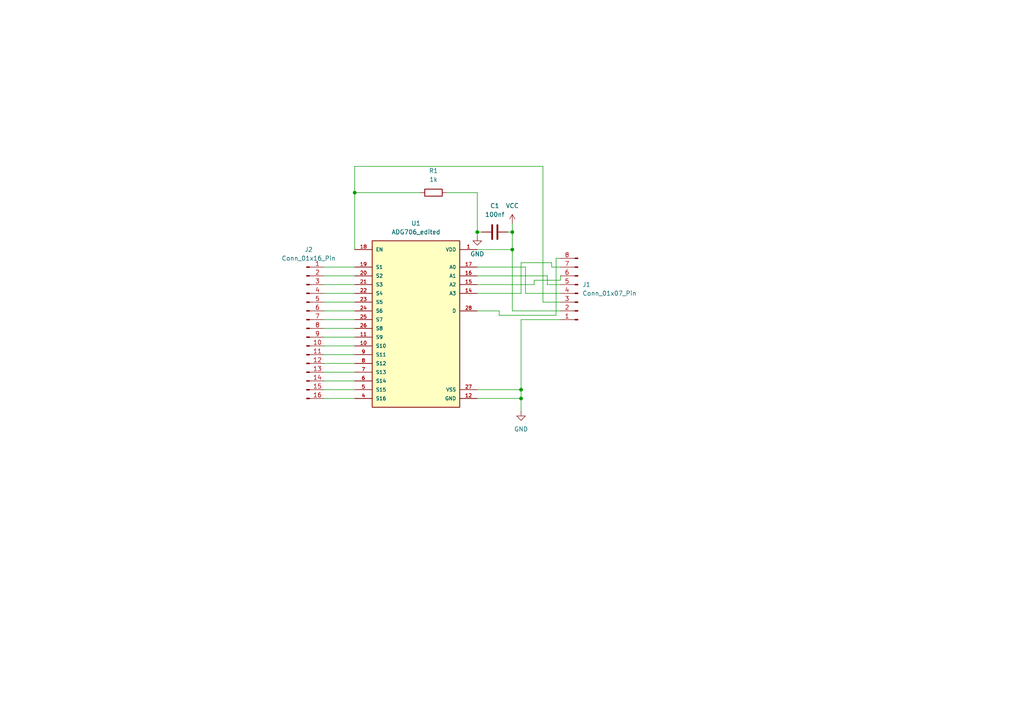
<source format=kicad_sch>
(kicad_sch (version 20231120) (generator "eeschema") (generator_version "8.0")
  (paper "A4")
  (lib_symbols
    (symbol "Connector:Conn_01x08_Pin" (pin_names (offset 1.016) hide)
      (property "Reference" "J" (at 0 10.16 0))
      (property "Value" "Conn_01x08_Pin" (at 0 -12.7 0))
      (symbol "Conn_01x08_Pin_1_1"
        (polyline (pts (xy 1.27 -10.16) (xy 0.8636 -10.16)) (stroke (width 0.1524)))
        (polyline (pts (xy 1.27 -7.62) (xy 0.8636 -7.62)) (stroke (width 0.1524)))
        (polyline (pts (xy 1.27 -5.08) (xy 0.8636 -5.08)) (stroke (width 0.1524)))
        (polyline (pts (xy 1.27 -2.54) (xy 0.8636 -2.54)) (stroke (width 0.1524)))
        (polyline (pts (xy 1.27 0) (xy 0.8636 0)) (stroke (width 0.1524)))
        (polyline (pts (xy 1.27 2.54) (xy 0.8636 2.54)) (stroke (width 0.1524)))
        (polyline (pts (xy 1.27 5.08) (xy 0.8636 5.08)) (stroke (width 0.1524)))
        (polyline (pts (xy 1.27 7.62) (xy 0.8636 7.62)) (stroke (width 0.1524)))
        (rectangle (start 0.8636 -10.033) (end 0 -10.287) (stroke (width 0.1524)) (fill (type outline)))
        (rectangle (start 0.8636 -7.493) (end 0 -7.747) (stroke (width 0.1524)) (fill (type outline)))
        (rectangle (start 0.8636 -4.953) (end 0 -5.207) (stroke (width 0.1524)) (fill (type outline)))
        (rectangle (start 0.8636 -2.413) (end 0 -2.667) (stroke (width 0.1524)) (fill (type outline)))
        (rectangle (start 0.8636 0.127) (end 0 -0.127) (stroke (width 0.1524)) (fill (type outline)))
        (rectangle (start 0.8636 2.667) (end 0 2.413) (stroke (width 0.1524)) (fill (type outline)))
        (rectangle (start 0.8636 5.207) (end 0 4.953) (stroke (width 0.1524)) (fill (type outline)))
        (rectangle (start 0.8636 7.747) (end 0 7.493) (stroke (width 0.1524)) (fill (type outline)))
        (pin passive line (at 5.08 7.62 180) (length 3.81) (name "Pin_1") (number "1"))
        (pin passive line (at 5.08 5.08 180) (length 3.81) (name "Pin_2") (number "2"))
        (pin passive line (at 5.08 2.54 180) (length 3.81) (name "Pin_3") (number "3"))
        (pin passive line (at 5.08 0 180) (length 3.81) (name "Pin_4") (number "4"))
        (pin passive line (at 5.08 -2.54 180) (length 3.81) (name "Pin_5") (number "5"))
        (pin passive line (at 5.08 -5.08 180) (length 3.81) (name "Pin_6") (number "6"))
        (pin passive line (at 5.08 -7.62 180) (length 3.81) (name "Pin_7") (number "7"))
        (pin passive line (at 5.08 -10.16 180) (length 3.81) (name "Pin_8") (number "8"))
      )
    )
    (symbol "Connector:Conn_01x16_Pin" (pin_names (offset 1.016) hide)
      (property "Reference" "J2" (at 0.635 22.86 0))
      (property "Value" "Conn_01x16_Pin" (at 0.635 20.32 0))
      (symbol "Conn_01x16_Pin_1_1"
        (polyline (pts (xy 1.27 -20.32) (xy 0.8636 -20.32)) (stroke (width 0.1524)))
        (polyline (pts (xy 1.27 -17.78) (xy 0.8636 -17.78)) (stroke (width 0.1524)))
        (polyline (pts (xy 1.27 -15.24) (xy 0.8636 -15.24)) (stroke (width 0.1524)))
        (polyline (pts (xy 1.27 -12.7) (xy 0.8636 -12.7)) (stroke (width 0.1524)))
        (polyline (pts (xy 1.27 -10.16) (xy 0.8636 -10.16)) (stroke (width 0.1524)))
        (polyline (pts (xy 1.27 -7.62) (xy 0.8636 -7.62)) (stroke (width 0.1524)))
        (polyline (pts (xy 1.27 -5.08) (xy 0.8636 -5.08)) (stroke (width 0.1524)))
        (polyline (pts (xy 1.27 -2.54) (xy 0.8636 -2.54)) (stroke (width 0.1524)))
        (polyline (pts (xy 1.27 0) (xy 0.8636 0)) (stroke (width 0.1524)))
        (polyline (pts (xy 1.27 2.54) (xy 0.8636 2.54)) (stroke (width 0.1524)))
        (polyline (pts (xy 1.27 5.08) (xy 0.8636 5.08)) (stroke (width 0.1524)))
        (polyline (pts (xy 1.27 7.62) (xy 0.8636 7.62)) (stroke (width 0.1524)))
        (polyline (pts (xy 1.27 10.16) (xy 0.8636 10.16)) (stroke (width 0.1524)))
        (polyline (pts (xy 1.27 12.7) (xy 0.8636 12.7)) (stroke (width 0.1524)))
        (polyline (pts (xy 1.27 15.24) (xy 0.8636 15.24)) (stroke (width 0.1524)))
        (polyline (pts (xy 1.27 17.78) (xy 0.8636 17.78)) (stroke (width 0.1524)))
        (rectangle (start 0.8636 -20.193) (end 0 -20.447) (stroke (width 0.1524)) (fill (type outline)))
        (rectangle (start 0.8636 -17.653) (end 0 -17.907) (stroke (width 0.1524)) (fill (type outline)))
        (rectangle (start 0.8636 -15.113) (end 0 -15.367) (stroke (width 0.1524)) (fill (type outline)))
        (rectangle (start 0.8636 -12.573) (end 0 -12.827) (stroke (width 0.1524)) (fill (type outline)))
        (rectangle (start 0.8636 -10.033) (end 0 -10.287) (stroke (width 0.1524)) (fill (type outline)))
        (rectangle (start 0.8636 -7.493) (end 0 -7.747) (stroke (width 0.1524)) (fill (type outline)))
        (rectangle (start 0.8636 -4.953) (end 0 -5.207) (stroke (width 0.1524)) (fill (type outline)))
        (rectangle (start 0.8636 -2.413) (end 0 -2.667) (stroke (width 0.1524)) (fill (type outline)))
        (rectangle (start 0.8636 0.127) (end 0 -0.127) (stroke (width 0.1524)) (fill (type outline)))
        (rectangle (start 0.8636 2.667) (end 0 2.413) (stroke (width 0.1524)) (fill (type outline)))
        (rectangle (start 0.8636 5.207) (end 0 4.953) (stroke (width 0.1524)) (fill (type outline)))
        (rectangle (start 0.8636 7.747) (end 0 7.493) (stroke (width 0.1524)) (fill (type outline)))
        (rectangle (start 0.8636 10.287) (end 0 10.033) (stroke (width 0.1524)) (fill (type outline)))
        (rectangle (start 0.8636 12.827) (end 0 12.573) (stroke (width 0.1524)) (fill (type outline)))
        (rectangle (start 0.8636 15.367) (end 0 15.113) (stroke (width 0.1524)) (fill (type outline)))
        (rectangle (start 0.8636 17.907) (end 0 17.653) (stroke (width 0.1524)) (fill (type outline)))
        (pin passive line (at 5.08 17.78 180) (length 3.81) (name "Pin_1") (number "1"))
        (pin passive line (at 5.08 -5.08 180) (length 3.81) (name "Pin_10") (number "10"))
        (pin passive line (at 5.08 -7.62 180) (length 3.81) (name "Pin_11") (number "11"))
        (pin passive line (at 5.08 -10.16 180) (length 3.81) (name "Pin_12") (number "12"))
        (pin passive line (at 5.08 -12.7 180) (length 3.81) (name "Pin_13") (number "13"))
        (pin passive line (at 5.08 -15.24 180) (length 3.81) (name "Pin_14") (number "14"))
        (pin passive line (at 5.08 -17.78 180) (length 3.81) (name "Pin_15") (number "15"))
        (pin passive line (at 5.08 -20.32 180) (length 3.81) (name "9") (number "16"))
        (pin passive line (at 5.08 15.24 180) (length 3.81) (name "Pin_2") (number "2"))
        (pin passive line (at 5.08 12.7 180) (length 3.81) (name "Pin_3") (number "3"))
        (pin passive line (at 5.08 10.16 180) (length 3.81) (name "Pin_4") (number "4"))
        (pin passive line (at 5.08 7.62 180) (length 3.81) (name "Pin_5") (number "5"))
        (pin passive line (at 5.08 5.08 180) (length 3.81) (name "Pin_6") (number "6"))
        (pin passive line (at 5.08 2.54 180) (length 3.81) (name "Pin_7") (number "7"))
        (pin passive line (at 5.08 0 180) (length 3.81) (name "Pin_8") (number "8"))
        (pin passive line (at 5.08 -2.54 180) (length 3.81) (name "Pin_9") (number "9"))
      )
    )
    (symbol "Device:C" (pin_numbers hide) (pin_names (offset 0.254))
      (property "Reference" "C" (at 0.635 2.54 0))
      (property "Value" "C" (at 0.635 -2.54 0))
      (symbol "C_0_1"
        (polyline (pts (xy -2.032 -0.762) (xy 2.032 -0.762)) (stroke (width 0.508)))
        (polyline (pts (xy -2.032 0.762) (xy 2.032 0.762)) (stroke (width 0.508)))
      )
      (symbol "C_1_1"
        (pin passive line (at 0 3.81 270) (length 2.794) (name "~") (number "1"))
        (pin passive line (at 0 -3.81 90) (length 2.794) (name "~") (number "2"))
      )
    )
    (symbol "Device:R" (pin_numbers hide) (pin_names (offset 0))
      (property "Reference" "R" (at 2.032 0 90))
      (property "Value" "R" (at 0 0 90))
      (symbol "R_0_1"
        (rectangle (start -1.016 -2.54) (end 1.016 2.54) (stroke (width 0.254)))
      )
      (symbol "R_1_1"
        (pin passive line (at 0 3.81 270) (length 1.27) (name "~") (number "1"))
        (pin passive line (at 0 -3.81 90) (length 1.27) (name "~") (number "2"))
      )
    )
    (symbol "iv_symbols:ADG706_edited" (pin_names (offset 1.016))
      (property "Reference" "U" (at -12.7375 25.9843 0))
      (property "Value" "ADG706_edited" (at -12.7131 -25.4261 0))
      (symbol "ADG706_edited_0_0"
        (rectangle (start -12.7 -22.86) (end 12.7 25.4) (stroke (width 0.254)) (fill (type background)))
        (pin power_in line (at 17.78 22.86 180) (length 5.08) (name "VDD") (number "1"))
        (pin bidirectional line (at -17.78 -5.08 0) (length 5.08) (name "S10") (number "10"))
        (pin bidirectional line (at -17.78 -2.54 0) (length 5.08) (name "S9") (number "11"))
        (pin power_in line (at 17.78 -20.32 180) (length 5.08) (name "GND") (number "12"))
        (pin input line (at 17.78 10.16 180) (length 5.08) (name "A3") (number "14"))
        (pin input line (at 17.78 12.7 180) (length 5.08) (name "A2") (number "15"))
        (pin input line (at 17.78 15.24 180) (length 5.08) (name "A1") (number "16"))
        (pin input line (at 17.78 17.78 180) (length 5.08) (name "A0") (number "17"))
        (pin input line (at -17.78 22.86 0) (length 5.08) (name "EN") (number "18"))
        (pin bidirectional line (at -17.78 17.78 0) (length 5.08) (name "S1") (number "19"))
        (pin bidirectional line (at -17.78 15.24 0) (length 5.08) (name "S2") (number "20"))
        (pin bidirectional line (at -17.78 12.7 0) (length 5.08) (name "S3") (number "21"))
        (pin bidirectional line (at -17.78 10.16 0) (length 5.08) (name "S4") (number "22"))
        (pin bidirectional line (at -17.78 7.62 0) (length 5.08) (name "S5") (number "23"))
        (pin bidirectional line (at -17.78 5.08 0) (length 5.08) (name "S6") (number "24"))
        (pin bidirectional line (at -17.78 2.54 0) (length 5.08) (name "S7") (number "25"))
        (pin bidirectional line (at -17.78 0 0) (length 5.08) (name "S8") (number "26"))
        (pin power_in line (at 17.78 -17.78 180) (length 5.08) (name "VSS") (number "27"))
        (pin bidirectional line (at 17.78 5.08 180) (length 5.08) (name "D") (number "28"))
        (pin bidirectional line (at -17.78 -20.32 0) (length 5.08) (name "S16") (number "4"))
        (pin bidirectional line (at -17.78 -17.78 0) (length 5.08) (name "S15") (number "5"))
        (pin bidirectional line (at -17.78 -15.24 0) (length 5.08) (name "S14") (number "6"))
        (pin bidirectional line (at -17.78 -12.7 0) (length 5.08) (name "S13") (number "7"))
        (pin bidirectional line (at -17.78 -10.16 0) (length 5.08) (name "S12") (number "8"))
        (pin bidirectional line (at -17.78 -7.62 0) (length 5.08) (name "S11") (number "9"))
      )
    )
    (symbol "power:GND" (power) (pin_numbers hide) (pin_names (offset 0) hide)
      (property "Value" "GND" (at 0 -3.81 0))
      (symbol "GND_0_1"
        (polyline (pts (xy 0 0) (xy 0 -1.27) (xy 1.27 -1.27) (xy 0 -2.54) (xy -1.27 -1.27) (xy 0 -1.27)))
      )
      (symbol "GND_1_1"
        (pin power_in line (at 0 0 270) (length 0) (name "~") (number "1"))
      )
    )
    (symbol "power:VCC" (power) (pin_numbers hide) (pin_names (offset 0) hide)
      (property "Value" "VCC" (at 0 3.556 0))
      (symbol "VCC_0_1"
        (polyline (pts (xy -0.762 1.27) (xy 0 2.54)))
        (polyline (pts (xy 0 0) (xy 0 2.54)))
        (polyline (pts (xy 0 2.54) (xy 0.762 1.27)))
      )
      (symbol "VCC_1_1"
        (pin power_in line (at 0 0 90) (length 0) (name "~") (number "1"))
      )
    )
  )
  (junction (at 151.13 115.57))
  (junction (at 138.43 67.31))
  (junction (at 148.59 72.39))
  (junction (at 148.59 67.31))
  (junction (at 102.87 55.88))
  (junction (at 151.13 113.03))
  (wire (pts (xy 138.43 113.03) (xy 151.13 113.03)))
  (wire (pts (xy 93.98 80.01) (xy 102.87 80.01)))
  (wire (pts (xy 152.4 77.47) (xy 152.4 85.09)))
  (wire (pts (xy 93.98 92.71) (xy 102.87 92.71)))
  (wire (pts (xy 138.43 67.31) (xy 139.7 67.31)))
  (wire (pts (xy 93.98 87.63) (xy 102.87 87.63)))
  (wire (pts (xy 138.43 115.57) (xy 151.13 115.57)))
  (wire (pts (xy 158.75 82.55) (xy 162.56 82.55)))
  (wire (pts (xy 154.94 81.28) (xy 162.56 81.28)))
  (wire (pts (xy 138.43 77.47) (xy 152.4 77.47)))
  (wire (pts (xy 138.43 90.17) (xy 144.78 90.17)))
  (wire (pts (xy 102.87 55.88) (xy 102.87 48.26)))
  (wire (pts (xy 151.13 92.71) (xy 162.56 92.71)))
  (wire (pts (xy 102.87 48.26) (xy 157.48 48.26)))
  (wire (pts (xy 93.98 82.55) (xy 102.87 82.55)))
  (wire (pts (xy 162.56 81.28) (xy 162.56 80.01)))
  (wire (pts (xy 93.98 90.17) (xy 102.87 90.17)))
  (wire (pts (xy 138.43 55.88) (xy 138.43 67.31)))
  (wire (pts (xy 148.59 90.17) (xy 162.56 90.17)))
  (wire (pts (xy 158.75 80.01) (xy 158.75 82.55)))
  (wire (pts (xy 93.98 113.03) (xy 102.87 113.03)))
  (wire (pts (xy 151.13 113.03) (xy 151.13 92.71)))
  (wire (pts (xy 157.48 48.26) (xy 157.48 87.63)))
  (wire (pts (xy 93.98 107.95) (xy 102.87 107.95)))
  (wire (pts (xy 93.98 105.41) (xy 102.87 105.41)))
  (wire (pts (xy 151.13 76.2) (xy 160.02 76.2)))
  (wire (pts (xy 154.94 82.55) (xy 154.94 81.28)))
  (wire (pts (xy 148.59 72.39) (xy 148.59 90.17)))
  (wire (pts (xy 102.87 72.39) (xy 102.87 55.88)))
  (wire (pts (xy 138.43 67.31) (xy 138.43 68.58)))
  (wire (pts (xy 161.29 91.44) (xy 161.29 74.93)))
  (wire (pts (xy 93.98 100.33) (xy 102.87 100.33)))
  (wire (pts (xy 93.98 77.47) (xy 102.87 77.47)))
  (wire (pts (xy 151.13 113.03) (xy 151.13 115.57)))
  (wire (pts (xy 93.98 97.79) (xy 102.87 97.79)))
  (wire (pts (xy 138.43 85.09) (xy 151.13 85.09)))
  (wire (pts (xy 144.78 90.17) (xy 144.78 91.44)))
  (wire (pts (xy 144.78 91.44) (xy 161.29 91.44)))
  (wire (pts (xy 138.43 80.01) (xy 158.75 80.01)))
  (wire (pts (xy 129.54 55.88) (xy 138.43 55.88)))
  (wire (pts (xy 151.13 85.09) (xy 151.13 76.2)))
  (wire (pts (xy 160.02 76.2) (xy 160.02 77.47)))
  (wire (pts (xy 160.02 77.47) (xy 162.56 77.47)))
  (wire (pts (xy 93.98 95.25) (xy 102.87 95.25)))
  (wire (pts (xy 148.59 64.77) (xy 148.59 67.31)))
  (wire (pts (xy 93.98 85.09) (xy 102.87 85.09)))
  (wire (pts (xy 93.98 115.57) (xy 102.87 115.57)))
  (wire (pts (xy 152.4 85.09) (xy 162.56 85.09)))
  (wire (pts (xy 93.98 110.49) (xy 102.87 110.49)))
  (wire (pts (xy 157.48 87.63) (xy 162.56 87.63)))
  (wire (pts (xy 161.29 74.93) (xy 162.56 74.93)))
  (wire (pts (xy 148.59 67.31) (xy 148.59 72.39)))
  (wire (pts (xy 138.43 72.39) (xy 148.59 72.39)))
  (wire (pts (xy 147.32 67.31) (xy 148.59 67.31)))
  (wire (pts (xy 151.13 115.57) (xy 151.13 119.38)))
  (wire (pts (xy 93.98 102.87) (xy 102.87 102.87)))
  (wire (pts (xy 138.43 82.55) (xy 154.94 82.55)))
  (wire (pts (xy 102.87 55.88) (xy 121.92 55.88)))
  (symbol (lib_id "power:GND") (at 151.13 119.38 0) (unit 1)
    (property "Reference" "#PWR01" (effects (hide yes)))
    (property "Value" "GND" (at 151.13 124.46 0))
    (property "Description" "Power symbol creates a global label with name \"GND\" , ground" (effects (hide yes)))
  )
  (symbol (lib_id "power:GND") (at 138.43 68.58 0) (unit 1)
    (property "Reference" "#PWR03" (effects (hide yes)))
    (property "Value" "GND" (at 138.43 73.66 0))
    (property "Description" "Power symbol creates a global label with name \"GND\" , ground" (effects (hide yes)))
  )
  (symbol (lib_id "Device:C") (at 143.51 67.31 90) (unit 1)
    (property "Reference" "C1" (at 143.51 59.69 90))
    (property "Value" "100nf" (at 143.51 62.23 90))
    (property "Footprint" "007_dusjagr:C_1210_noGND" (effects (hide yes)))
    (property "Description" "Unpolarized capacitor" (effects (hide yes)))
  )
  (symbol (lib_id "iv_symbols:ADG706_edited") (at 120.65 95.25 0) (unit 1)
    (property "Reference" "U1" (at 120.65 64.77 0))
    (property "Value" "ADG706_edited" (at 120.65 67.31 0))
    (property "Footprint" "007_dusjagr:ADG704-28N" (effects (hide yes)))
    (property "MF" "Analog Devices" (effects (hide yes)))
    (property "Description_1" "\n                        \n                            CMOS, 2.5 Ω Low Voltage 16 Channel Multiplexer\n                        \n" (effects (hide yes)))
    (property "Package" "TSSOP -28 Analog Devices" (effects (hide yes)))
    (property "Price" "None" (effects (hide yes)))
    (property "MP" "ADG706BRUZ-REEL7" (effects (hide yes)))
  )
  (symbol (lib_id "Connector:Conn_01x16_Pin") (at 88.9 95.25 0) (unit 1)
    (property "Reference" "J2" (at 89.535 72.39 0))
    (property "Value" "Conn_01x16_Pin" (at 89.535 74.93 0))
    (property "Footprint" "007_dusjagr:PinHeader_1x16_P2.54mm_bigPads" (effects (hide yes)))
    (property "Description" "Generic connector, single row, 01x16, script generated" (effects (hide yes)))
  )
  (symbol (lib_id "Connector:Conn_01x08_Pin") (at 167.64 85.09 180) (unit 1)
    (property "Reference" "J1" (at 168.91 82.5499 0) (effects (justify right)))
    (property "Value" "Conn_01x07_Pin" (at 168.91 85.0899 0) (effects (justify right)))
    (property "Footprint" "007_dusjagr:PinHeader_1x08_P2.54mm_bigPads" (effects (hide yes)))
    (property "Description" "Generic connector, single row, 01x08, script generated" (effects (hide yes)))
  )
  (symbol (lib_id "Device:R") (at 125.73 55.88 90) (unit 1)
    (property "Reference" "R1" (at 125.73 49.53 90))
    (property "Value" "1k" (at 125.73 52.07 90))
    (property "Footprint" "007_dusjagr:R_1206_noGND" (effects (hide yes)))
    (property "Description" "Resistor" (effects (hide yes)))
  )
  (symbol (lib_id "power:VCC") (at 148.59 64.77 0) (unit 1)
    (property "Reference" "#PWR02" (effects (hide yes)))
    (property "Value" "VCC" (at 148.59 59.69 0))
    (property "Description" "Power symbol creates a global label with name \"VCC\"" (effects (hide yes)))
  )
)
</source>
